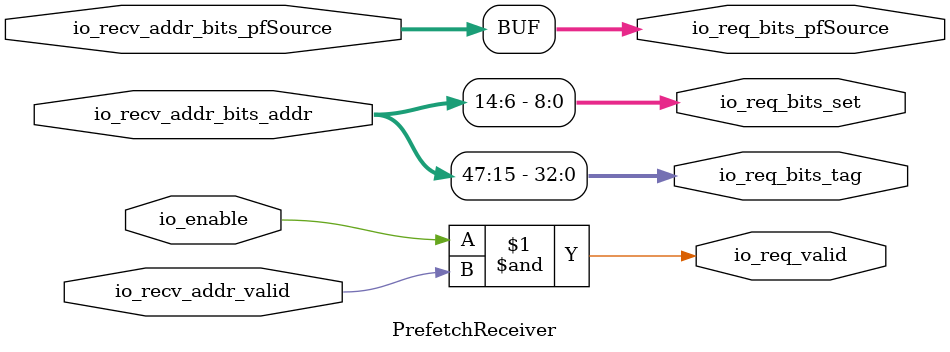
<source format=sv>
`ifndef RANDOMIZE
  `ifdef RANDOMIZE_MEM_INIT
    `define RANDOMIZE
  `endif // RANDOMIZE_MEM_INIT
`endif // not def RANDOMIZE
`ifndef RANDOMIZE
  `ifdef RANDOMIZE_REG_INIT
    `define RANDOMIZE
  `endif // RANDOMIZE_REG_INIT
`endif // not def RANDOMIZE

`ifndef RANDOM
  `define RANDOM $random
`endif // not def RANDOM

// Users can define INIT_RANDOM as general code that gets injected into the
// initializer block for modules with registers.
`ifndef INIT_RANDOM
  `define INIT_RANDOM
`endif // not def INIT_RANDOM

// If using random initialization, you can also define RANDOMIZE_DELAY to
// customize the delay used, otherwise 0.002 is used.
`ifndef RANDOMIZE_DELAY
  `define RANDOMIZE_DELAY 0.002
`endif // not def RANDOMIZE_DELAY

// Define INIT_RANDOM_PROLOG_ for use in our modules below.
`ifndef INIT_RANDOM_PROLOG_
  `ifdef RANDOMIZE
    `ifdef VERILATOR
      `define INIT_RANDOM_PROLOG_ `INIT_RANDOM
    `else  // VERILATOR
      `define INIT_RANDOM_PROLOG_ `INIT_RANDOM #`RANDOMIZE_DELAY begin end
    `endif // VERILATOR
  `else  // RANDOMIZE
    `define INIT_RANDOM_PROLOG_
  `endif // RANDOMIZE
`endif // not def INIT_RANDOM_PROLOG_

// Include register initializers in init blocks unless synthesis is set
`ifndef SYNTHESIS
  `ifndef ENABLE_INITIAL_REG_
    `define ENABLE_INITIAL_REG_
  `endif // not def ENABLE_INITIAL_REG_
`endif // not def SYNTHESIS

// Include rmemory initializers in init blocks unless synthesis is set
`ifndef SYNTHESIS
  `ifndef ENABLE_INITIAL_MEM_
    `define ENABLE_INITIAL_MEM_
  `endif // not def ENABLE_INITIAL_MEM_
`endif // not def SYNTHESIS

module PrefetchReceiver(
  output        io_req_valid,
  output [32:0] io_req_bits_tag,
  output [8:0]  io_req_bits_set,
  output [4:0]  io_req_bits_pfSource,
  input         io_recv_addr_valid,
  input  [63:0] io_recv_addr_bits_addr,
  input  [4:0]  io_recv_addr_bits_pfSource,
  input         io_enable
);

  assign io_req_valid = io_enable & io_recv_addr_valid;
  assign io_req_bits_tag = io_recv_addr_bits_addr[47:15];
  assign io_req_bits_set = io_recv_addr_bits_addr[14:6];
  assign io_req_bits_pfSource = io_recv_addr_bits_pfSource;
endmodule


</source>
